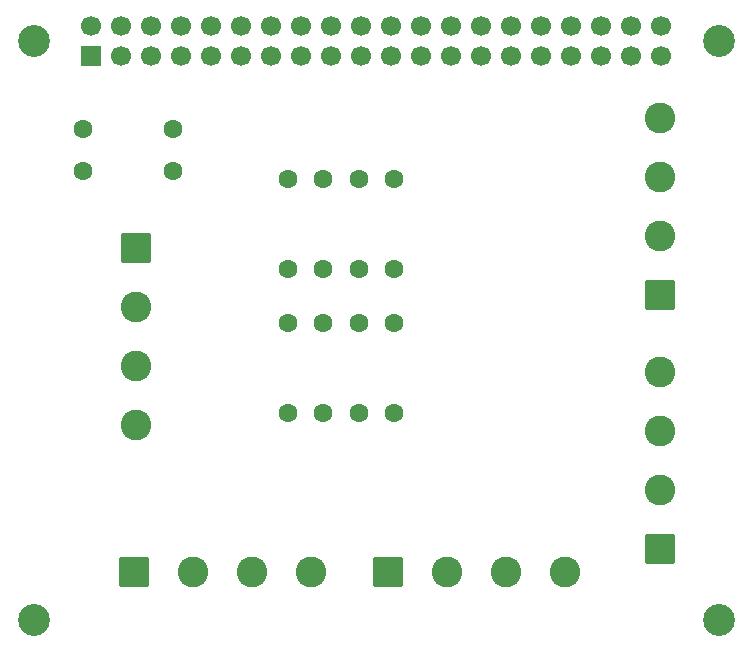
<source format=gbs>
%TF.GenerationSoftware,KiCad,Pcbnew,9.0.7*%
%TF.CreationDate,2026-01-29T23:32:27-08:00*%
%TF.ProjectId,encoders,656e636f-6465-4727-932e-6b696361645f,rev?*%
%TF.SameCoordinates,Original*%
%TF.FileFunction,Soldermask,Bot*%
%TF.FilePolarity,Negative*%
%FSLAX46Y46*%
G04 Gerber Fmt 4.6, Leading zero omitted, Abs format (unit mm)*
G04 Created by KiCad (PCBNEW 9.0.7) date 2026-01-29 23:32:27*
%MOMM*%
%LPD*%
G01*
G04 APERTURE LIST*
G04 Aperture macros list*
%AMRoundRect*
0 Rectangle with rounded corners*
0 $1 Rounding radius*
0 $2 $3 $4 $5 $6 $7 $8 $9 X,Y pos of 4 corners*
0 Add a 4 corners polygon primitive as box body*
4,1,4,$2,$3,$4,$5,$6,$7,$8,$9,$2,$3,0*
0 Add four circle primitives for the rounded corners*
1,1,$1+$1,$2,$3*
1,1,$1+$1,$4,$5*
1,1,$1+$1,$6,$7*
1,1,$1+$1,$8,$9*
0 Add four rect primitives between the rounded corners*
20,1,$1+$1,$2,$3,$4,$5,0*
20,1,$1+$1,$4,$5,$6,$7,0*
20,1,$1+$1,$6,$7,$8,$9,0*
20,1,$1+$1,$8,$9,$2,$3,0*%
G04 Aperture macros list end*
%ADD10C,2.700000*%
%ADD11RoundRect,0.250000X-1.050000X-1.050000X1.050000X-1.050000X1.050000X1.050000X-1.050000X1.050000X0*%
%ADD12C,2.600000*%
%ADD13RoundRect,0.250000X-1.050000X1.050000X-1.050000X-1.050000X1.050000X-1.050000X1.050000X1.050000X0*%
%ADD14C,1.600000*%
%ADD15RoundRect,0.250000X1.050000X-1.050000X1.050000X1.050000X-1.050000X1.050000X-1.050000X-1.050000X0*%
%ADD16R,1.700000X1.700000*%
%ADD17C,1.700000*%
G04 APERTURE END LIST*
D10*
X161500000Y-47500000D03*
D11*
X133500000Y-92500000D03*
D12*
X138500000Y-92500000D03*
X143500000Y-92500000D03*
X148500000Y-92500000D03*
D13*
X112132500Y-65000000D03*
D12*
X112132500Y-70000000D03*
X112132500Y-75000000D03*
X112132500Y-80000000D03*
D14*
X107690000Y-58500000D03*
X115310000Y-58500000D03*
X131000000Y-59190000D03*
X131000000Y-66810000D03*
D11*
X112000000Y-92500000D03*
D12*
X117000000Y-92500000D03*
X122000000Y-92500000D03*
X127000000Y-92500000D03*
D14*
X125000000Y-71380000D03*
X125000000Y-79000000D03*
D10*
X103500000Y-96500000D03*
D14*
X131000000Y-71380000D03*
X131000000Y-79000000D03*
X125000000Y-59190000D03*
X125000000Y-66810000D03*
D10*
X103500000Y-47500000D03*
D14*
X128000000Y-71380000D03*
X128000000Y-79000000D03*
D15*
X156500000Y-69000000D03*
D12*
X156500000Y-64000000D03*
X156500000Y-59000000D03*
X156500000Y-54000000D03*
D14*
X134000000Y-71380000D03*
X134000000Y-79000000D03*
D10*
X161500000Y-96500000D03*
D14*
X128000000Y-59190000D03*
X128000000Y-66810000D03*
D15*
X156500000Y-90500000D03*
D12*
X156500000Y-85500000D03*
X156500000Y-80500000D03*
X156500000Y-75500000D03*
D14*
X107690000Y-55000000D03*
X115310000Y-55000000D03*
X134000000Y-59190000D03*
X134000000Y-66810000D03*
D16*
X108370000Y-48770000D03*
D17*
X108370000Y-46230000D03*
X110910000Y-48770000D03*
X110910000Y-46230000D03*
X113450000Y-48770000D03*
X113450000Y-46230000D03*
X115990000Y-48770000D03*
X115990000Y-46230000D03*
X118530000Y-48770000D03*
X118530000Y-46230000D03*
X121070000Y-48770000D03*
X121070000Y-46230000D03*
X123610000Y-48770000D03*
X123610000Y-46230000D03*
X126150000Y-48770000D03*
X126150000Y-46230000D03*
X128690000Y-48770000D03*
X128690000Y-46230000D03*
X131230000Y-48770000D03*
X131230000Y-46230000D03*
X133770000Y-48770000D03*
X133770000Y-46230000D03*
X136310000Y-48770000D03*
X136310000Y-46230000D03*
X138850000Y-48770000D03*
X138850000Y-46230000D03*
X141390000Y-48770000D03*
X141390000Y-46230000D03*
X143930000Y-48770000D03*
X143930000Y-46230000D03*
X146470000Y-48770000D03*
X146470000Y-46230000D03*
X149010000Y-48770000D03*
X149010000Y-46230000D03*
X151550000Y-48770000D03*
X151550000Y-46230000D03*
X154090000Y-48770000D03*
X154090000Y-46230000D03*
X156630000Y-48770000D03*
X156630000Y-46230000D03*
M02*

</source>
